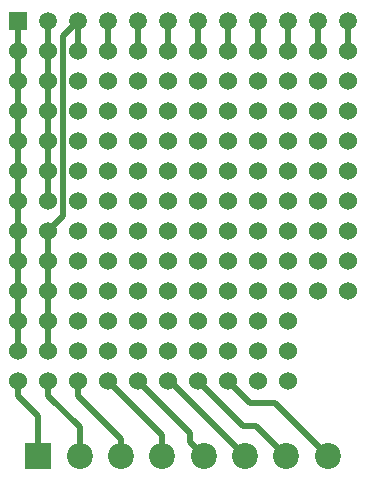
<source format=gbr>
G04 DipTrace 4.0.0.2*
G04 1 - Top.gbr*
%MOIN*%
G04 #@! TF.FileFunction,Copper,L1,Top*
G04 #@! TF.Part,Single*
G04 #@! TA.AperFunction,Conductor*
%ADD14C,0.02*%
G04 #@! TA.AperFunction,ComponentPad*
%ADD17R,0.059055X0.059055*%
%ADD18C,0.059055*%
%ADD19R,0.086614X0.086614*%
%ADD20C,0.086614*%
G04 #@! TA.AperFunction,ViaPad*
%ADD21C,0.06*%
%FSLAX26Y26*%
G04*
G70*
G90*
G75*
G01*
G04 Top*
%LPD*%
X-550005Y0D2*
D14*
Y-99995D1*
X-550000Y-100000D1*
Y-200000D1*
Y-300000D1*
Y-400000D1*
Y-500000D1*
Y-600000D1*
Y-700000D1*
Y-800000D1*
Y-900000D1*
Y-1000000D1*
Y-1100000D1*
X-450005Y0D2*
Y-99995D1*
X-450000Y-100000D1*
Y-200000D1*
Y-300000D1*
Y-400000D1*
Y-500000D1*
Y-600000D1*
X-350005Y0D2*
Y-5D1*
X-400000Y-50000D1*
Y-650000D1*
X-450000Y-700000D1*
Y-800000D1*
Y-900000D1*
Y-1000000D1*
Y-1100000D1*
X549986Y0D2*
Y-99986D1*
X550000Y-100000D1*
X-350005Y0D2*
Y-99995D1*
X-350000Y-100000D1*
X-481693Y-1450000D2*
Y-1318307D1*
X-550000Y-1250000D1*
Y-1200000D1*
X-343898Y-1450000D2*
Y-1356102D1*
X-450000Y-1250000D1*
Y-1200000D1*
X-250005Y0D2*
Y-99995D1*
X-250000Y-100000D1*
X-150005Y0D2*
Y-99995D1*
X-150000Y-100000D1*
X-50005Y0D2*
Y-99995D1*
X-50000Y-100000D1*
X49995Y0D2*
Y-99995D1*
X50000Y-100000D1*
X149995Y0D2*
Y-99995D1*
X150000Y-100000D1*
X249986Y0D2*
Y-99986D1*
X250000Y-100000D1*
X349986Y0D2*
Y-99986D1*
X350000Y-100000D1*
X449986Y0D2*
Y-99986D1*
X450000Y-100000D1*
X-206102Y-1450000D2*
Y-1393898D1*
X-350000Y-1250000D1*
Y-1200000D1*
X-68307Y-1450000D2*
Y-1381693D1*
X-250000Y-1200000D1*
X-150000D2*
X25000Y-1375000D1*
Y-1405512D1*
X69488Y-1450000D1*
X-50000Y-1200000D2*
X-42717D1*
X207283Y-1450000D1*
X50000Y-1200000D2*
X200000Y-1350000D1*
X245079D1*
X345079Y-1450000D1*
X150000Y-1200000D2*
X225000Y-1275000D1*
X307874D1*
X482874Y-1450000D1*
D21*
X-250000Y-100000D3*
X-150000D3*
X-50000D3*
X50000D3*
X150000D3*
X250000D3*
X350000D3*
X450000D3*
X550000D3*
Y-200000D3*
Y-300000D3*
Y-400000D3*
Y-500000D3*
Y-600000D3*
Y-700000D3*
X450000Y-200000D3*
X550000Y-800000D3*
Y-900000D3*
X450000Y-300000D3*
Y-400000D3*
Y-500000D3*
Y-600000D3*
Y-700000D3*
Y-800000D3*
Y-900000D3*
X350000Y-200000D3*
Y-300000D3*
Y-400000D3*
Y-500000D3*
Y-600000D3*
Y-700000D3*
Y-800000D3*
Y-900000D3*
X250000Y-200000D3*
Y-300000D3*
Y-400000D3*
Y-500000D3*
Y-600000D3*
Y-700000D3*
X150000Y-200000D3*
X250000Y-800000D3*
Y-900000D3*
X150000Y-300000D3*
Y-400000D3*
Y-500000D3*
Y-600000D3*
Y-700000D3*
Y-800000D3*
Y-900000D3*
X50000Y-200000D3*
Y-300000D3*
Y-400000D3*
Y-500000D3*
Y-600000D3*
Y-700000D3*
Y-800000D3*
Y-900000D3*
X-50000Y-200000D3*
Y-300000D3*
Y-400000D3*
Y-500000D3*
Y-600000D3*
Y-700000D3*
X-150000Y-200000D3*
X-50000Y-800000D3*
Y-900000D3*
X-150000Y-300000D3*
Y-400000D3*
Y-500000D3*
Y-600000D3*
Y-700000D3*
Y-800000D3*
Y-900000D3*
X-250000Y-200000D3*
Y-300000D3*
Y-400000D3*
Y-500000D3*
Y-600000D3*
Y-700000D3*
Y-800000D3*
Y-900000D3*
X-350000Y-200000D3*
Y-300000D3*
Y-400000D3*
Y-500000D3*
Y-600000D3*
Y-700000D3*
X-450000Y-200000D3*
X-350000Y-800000D3*
Y-900000D3*
X-450000Y-300000D3*
Y-400000D3*
Y-500000D3*
Y-600000D3*
Y-700000D3*
Y-800000D3*
Y-900000D3*
X-550000Y-200000D3*
Y-300000D3*
Y-400000D3*
Y-500000D3*
Y-600000D3*
Y-700000D3*
Y-800000D3*
Y-900000D3*
X-350000Y-100000D3*
X-450000D3*
X-550000D3*
X350000Y-1000000D3*
Y-1100000D3*
Y-1200000D3*
X250000Y-1000000D3*
Y-1100000D3*
Y-1200000D3*
X150000Y-1000000D3*
Y-1100000D3*
Y-1200000D3*
X50000Y-1000000D3*
Y-1100000D3*
Y-1200000D3*
X-50000Y-1000000D3*
Y-1100000D3*
Y-1200000D3*
X-150000Y-1000000D3*
Y-1100000D3*
Y-1200000D3*
X-250000Y-1000000D3*
Y-1100000D3*
Y-1200000D3*
X-350000Y-1000000D3*
Y-1100000D3*
Y-1200000D3*
X-450000Y-1000000D3*
Y-1100000D3*
Y-1200000D3*
X-550000Y-1000000D3*
Y-1100000D3*
Y-1200000D3*
D17*
X-550005Y0D3*
D18*
X-450005D3*
X-350005D3*
X-250005D3*
X-150005D3*
X-50005D3*
X49995D3*
X149995D3*
X249986D3*
X349986D3*
X449986D3*
X549986D3*
D19*
X-481693Y-1450000D3*
D20*
X-343898D3*
X-206102D3*
X-68307D3*
X69488D3*
X207283D3*
X345079D3*
X482874D3*
M02*

</source>
